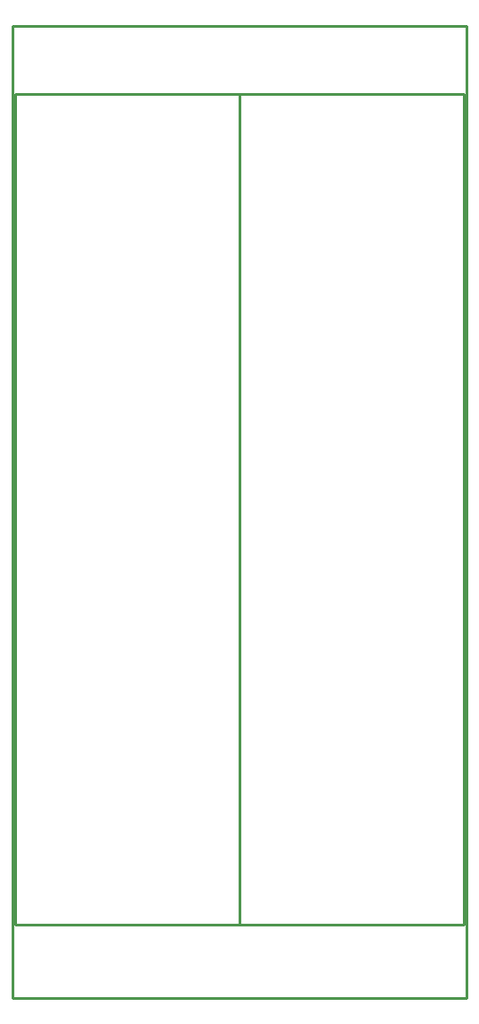
<source format=gbr>
G04 start of page 8 for group -4079 idx -4079 *
G04 Title: (unknown), topsilk *
G04 Creator: pcb 20140316 *
G04 CreationDate: Tue 28 Aug 2018 07:02:52 AM GMT UTC *
G04 For: cwispell *
G04 Format: Gerber/RS-274X *
G04 PCB-Dimensions (mil): 1692.91 3622.05 *
G04 PCB-Coordinate-Origin: lower left *
%MOIN*%
%FSLAX25Y25*%
%LNTOPSILK*%
%ADD26C,0.0100*%
G54D26*X0Y0D02*X169291D01*
X168307Y27559D02*X984D01*
X0Y362205D02*Y0D01*
X84646Y336614D02*Y27559D01*
X984D02*Y336614D01*
X169291Y362205D02*Y0D01*
X0Y362205D02*X169291D01*
X168307Y336614D02*Y27559D01*
X984Y336614D02*X168307D01*
M02*

</source>
